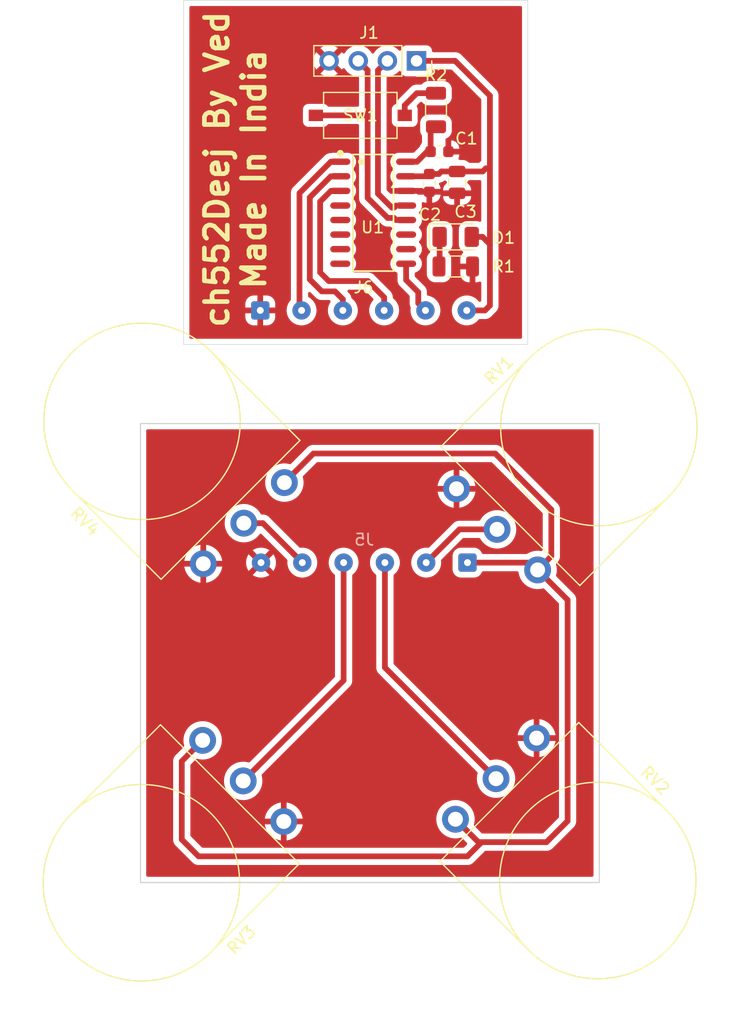
<source format=kicad_pcb>
(kicad_pcb (version 20241229) (generator "pcbnew") (generator_version "9.0")
  (layers (0 "F.Cu" signal) (2 "B.Cu" signal) (13 "F.Paste" user) (15 "B.Paste" user) (5 "F.SilkS" user "F.Silkscreen") (7 "B.SilkS" user "B.Silkscreen") (1 "F.Mask" user) (3 "B.Mask" user) (25 "Edge.Cuts" user))
  (net 0 "")
  (net 1 "GND")
  (net 2 "+3V3")
  (net 3 "VCC")
  (net 4 "Net-(SW1-B)")
  (net 5 "Net-(D1-K)")
  (net 6 "/D+")
  (net 7 "/D-")
  (net 15 "A0")
  (net 16 "A1")
  (net 17 "A2")
  (net 18 "A3")
  (net 19 "Net-(J5-Pin_4)")
  (net 20 "Net-(J5-Pin_2)")
  (net 21 "Net-(J5-Pin_3)")
  (net 22 "GND1")
  (net 23 "Net-(J5-Pin_5)")
  (net 24 "VSS")
  (footprint "mylib:SOP-16_L10.0-W3.9-P1.27-LS6.0-BL" (layer "F.Cu") (at 176.6 66.49 -90)
    (property "Reference" "U1" (at 1.27 0.045 180) (layer "F.SilkS"))
    (property "Value" "CH552G")
    (fp_line (start -5.08 1.77) (end -5.08 -1.77) (stroke (width 0.15)) (layer "F.SilkS"))
    (fp_line (start 5.08 1.77) (end -5.08 1.77) (stroke (width 0.15)) (layer "F.SilkS"))
    (fp_line (start -5.08 -1.77) (end 5.08 -1.77) (stroke (width 0.15)) (layer "F.SilkS"))
    (fp_line (start 5.08 -1.77) (end 5.08 1.77) (stroke (width 0.15)) (layer "F.SilkS"))
    (fp_circle (center -5.18 2.87) (end -5.03 2.87) (stroke (width 0.3)) (fill no) (layer "F.SilkS"))
    (fp_circle (center -4.45 1.02) (end -4.3 1.02) (stroke (width 0.3)) (fill no) (layer "F.SilkS"))
    (pad "1" smd oval (at -4.45 2.87 270) (size 0.56 1.75) (layers "F.Cu" "F.Mask" "F.Paste") (net 18 "A3"))
    (pad "2" smd oval (at -3.18 2.87 270) (size 0.56 1.75) (layers "F.Cu" "F.Mask" "F.Paste") (net 16 "A1"))
    (pad "3" smd oval (at -1.91 2.87 270) (size 0.56 1.75) (layers "F.Cu" "F.Mask" "F.Paste") (net 17 "A2"))
    (pad "4" smd oval (at -0.63 2.87 270) (size 0.56 1.75) (layers "F.Cu" "F.Mask" "F.Paste"))
    (pad "5" smd oval (at 0.63 2.87 270) (size 0.56 1.75) (layers "F.Cu" "F.Mask" "F.Paste"))
    (pad "6" smd oval (at 1.9 2.87 270) (size 0.56 1.75) (layers "F.Cu" "F.Mask" "F.Paste"))
    (pad "7" smd oval (at 3.17 2.87 270) (size 0.56 1.75) (layers "F.Cu" "F.Mask" "F.Paste"))
    (pad "8" smd oval (at 4.44 2.87 270) (size 0.56 1.75) (layers "F.Cu" "F.Mask" "F.Paste"))
    (pad "9" smd oval (at 4.44 -2.87 270) (size 0.56 1.75) (layers "F.Cu" "F.Mask" "F.Paste") (net 15 "A0"))
    (pad "10" smd oval (at 3.17 -2.87 270) (size 0.56 1.75) (layers "F.Cu" "F.Mask" "F.Paste"))
    (pad "11" smd oval (at 1.9 -2.87 270) (size 0.56 1.75) (layers "F.Cu" "F.Mask" "F.Paste"))
    (pad "12" smd oval (at 0.63 -2.87 270) (size 0.56 1.75) (layers "F.Cu" "F.Mask" "F.Paste") (net 6 "/D+"))
    (pad "13" smd oval (at -0.63 -2.87 270) (size 0.56 1.75) (layers "F.Cu" "F.Mask" "F.Paste") (net 7 "/D-"))
    (pad "14" smd oval (at -1.91 -2.87 270) (size 0.56 1.75) (layers "F.Cu" "F.Mask" "F.Paste") (net 1 "GND"))
    (pad "15" smd oval (at -3.18 -2.87 270) (size 0.56 1.75) (layers "F.Cu" "F.Mask" "F.Paste") (net 3 "VCC"))
    (pad "16" smd oval (at -4.45 -2.87 270) (size 0.56 1.75) (layers "F.Cu" "F.Mask" "F.Paste") (net 2 "+3V3"))
  )
  (footprint "Connector_Wire:SolderWire-0.1sqmm_1x06_P3.6mm_D0.4mm_OD1mm" (layer "F.Cu") (at 166.755 75)
    (property "Reference" "J6" (at 9 -2 0) (layer "F.SilkS"))
    (property "Value" "Conn_01x06")
    (pad "1" thru_hole roundrect (at 0 0) (size 1.6 1.6) (drill 0.6) (layers "*.Cu" "*.Mask") (roundrect_rratio 0.15625) (net 1 "GND"))
    (pad "2" thru_hole circle (at 3.6 0) (size 1.6 1.6) (drill 0.6) (layers "*.Cu" "*.Mask") (net 18 "A3"))
    (pad "3" thru_hole circle (at 7.2 0) (size 1.6 1.6) (drill 0.6) (layers "*.Cu" "*.Mask") (net 16 "A1"))
    (pad "4" thru_hole circle (at 10.8 0) (size 1.6 1.6) (drill 0.6) (layers "*.Cu" "*.Mask") (net 17 "A2"))
    (pad "5" thru_hole circle (at 14.4 0) (size 1.6 1.6) (drill 0.6) (layers "*.Cu" "*.Mask") (net 15 "A0"))
    (pad "6" thru_hole circle (at 18 0) (size 1.6 1.6) (drill 0.6) (layers "*.Cu" "*.Mask") (net 3 "VCC"))
  )
  (footprint "Potentiometer_THT:Potentiometer_Omeg_PC16BU_Vertical" (layer "F.Cu") (at 168.856497 90.005429 135)
    (property "Reference" "RV4" (at 9.915 -14.7 135) (layer "F.SilkS"))
    (property "Value" "pot1")
    (fp_line (start 12.55 -13.56) (end 1.64 -13.56) (stroke (width 0.12)) (layer "F.SilkS"))
    (fp_line (start 1.64 -13.56) (end 1.64 3.56) (stroke (width 0.12)) (layer "F.SilkS"))
    (fp_line (start 12.55 3.56) (end 1.64 3.56) (stroke (width 0.12)) (layer "F.SilkS"))
    (fp_circle (center 12.55 -5) (end 21.11 -5) (stroke (width 0.12)) (fill no) (layer "F.SilkS"))
    (pad "1" thru_hole circle (at 0 0 135) (size 2.34 2.34) (drill 1.3) (layers "*.Cu" "*.Mask") (net 24 "VSS"))
    (pad "2" thru_hole circle (at 0 -5 135) (size 2.34 2.34) (drill 1.3) (layers "*.Cu" "*.Mask") (net 23 "Net-(J5-Pin_5)"))
    (pad "3" thru_hole circle (at 0 -10 135) (size 2.34 2.34) (drill 1.3) (layers "*.Cu" "*.Mask") (net 22 "GND1"))
  )
  (footprint "Capacitor_SMD:C_0805_2012Metric" (layer "F.Cu") (at 183.915 63.84 -90)
    (property "Reference" "C3" (at 2.555 -0.735 180) (layer "F.SilkS"))
    (property "Value" "10uf")
    (fp_line (start -0.261252 0.735) (end 0.261252 0.735) (stroke (width 0.12)) (layer "F.SilkS"))
    (fp_line (start -0.261252 -0.735) (end 0.261252 -0.735) (stroke (width 0.12)) (layer "F.SilkS"))
    (pad "1" smd roundrect (at -0.95 0 270) (size 1 1.45) (layers "F.Cu" "F.Mask" "F.Paste") (net 3 "VCC"))
    (pad "2" smd roundrect (at 0.95 0 270) (size 1 1.45) (layers "F.Cu" "F.Mask" "F.Paste") (net 1 "GND"))
  )
  (footprint "LED_SMD:LED_1206_3216Metric" (layer "F.Cu") (at 183.79 68.59)
    (property "Reference" "D1" (at 4.21 0.08 0) (layer "F.SilkS"))
    (property "Value" "LED")
    (fp_line (start -2.285 -1.135) (end -2.285 1.135) (stroke (width 0.12)) (layer "F.SilkS"))
    (fp_line (start -2.285 1.135) (end 1.6 1.135) (stroke (width 0.12)) (layer "F.SilkS"))
    (fp_line (start 1.6 -1.135) (end -2.285 -1.135) (stroke (width 0.12)) (layer "F.SilkS"))
    (pad "1" smd roundrect (at -1.4 0) (size 1.25 1.75) (layers "F.Cu" "F.Mask" "F.Paste") (roundrect_rratio 0.2) (net 5 "Net-(D1-K)"))
    (pad "2" smd roundrect (at 1.4 0) (size 1.25 1.75) (layers "F.Cu" "F.Mask" "F.Paste") (roundrect_rratio 0.2) (net 3 "VCC"))
  )
  (footprint "Button_Switch_SMD:SW_Tactile_SPST_NO_Straight_CK_PTS636Sx25SMTRLFS" (layer "F.Cu") (at 175.475 58)
    (property "Reference" "SW1" (at 0 0 0) (layer "F.SilkS"))
    (property "Value" "SW_SPST")
    (fp_line (start -3.2 -2) (end -3.2 -0.8) (stroke (width 0.12)) (layer "F.SilkS"))
    (fp_line (start -3.2 0.8) (end -3.2 2) (stroke (width 0.12)) (layer "F.SilkS"))
    (fp_line (start -3.2 2) (end 3.2 2) (stroke (width 0.12)) (layer "F.SilkS"))
    (fp_line (start 3.2 -2) (end -3.2 -2) (stroke (width 0.12)) (layer "F.SilkS"))
    (fp_line (start 3.2 -0.8) (end 3.2 -2) (stroke (width 0.12)) (layer "F.SilkS"))
    (fp_line (start 3.2 2) (end 3.2 0.8) (stroke (width 0.12)) (layer "F.SilkS"))
    (pad "1" smd rect (at -3.875 0) (size 1.25 1) (layers "F.Cu" "F.Mask" "F.Paste") (net 6 "/D+"))
    (pad "2" smd rect (at 3.875 0) (size 1.25 1) (layers "F.Cu" "F.Mask" "F.Paste") (net 4 "Net-(SW1-B)"))
  )
  (footprint "Capacitor_SMD:C_0603_1608Metric" (layer "F.Cu") (at 181.495 63.885 -90)
    (property "Reference" "C2" (at 2.765 -0.05 0) (layer "F.SilkS"))
    (property "Value" "100n")
    (fp_line (start -0.14058 0.51) (end 0.14058 0.51) (stroke (width 0.12)) (layer "F.SilkS"))
    (fp_line (start -0.14058 -0.51) (end 0.14058 -0.51) (stroke (width 0.12)) (layer "F.SilkS"))
    (pad "1" smd roundrect (at -0.775 0 270) (size 0.9 0.95) (layers "F.Cu" "F.Mask" "F.Paste") (net 3 "VCC"))
    (pad "2" smd roundrect (at 0.775 0 270) (size 0.9 0.95) (layers "F.Cu" "F.Mask" "F.Paste") (net 1 "GND"))
  )
  (footprint "Potentiometer_THT:Potentiometer_Omeg_PC16BU_Vertical" (layer "F.Cu") (at 161.73043 112.468503 -135)
    (property "Reference" "RV3" (at 9.915 -14.7 45) (layer "F.SilkS"))
    (property "Value" "pot1")
    (fp_line (start 12.55 3.56) (end 1.64 3.56) (stroke (width 0.12)) (layer "F.SilkS"))
    (fp_line (start 12.55 -13.56) (end 1.64 -13.56) (stroke (width 0.12)) (layer "F.SilkS"))
    (fp_line (start 1.64 -13.56) (end 1.64 3.56) (stroke (width 0.12)) (layer "F.SilkS"))
    (fp_circle (center 12.55 -5) (end 21.11 -5) (stroke (width 0.12)) (fill no) (layer "F.SilkS"))
    (pad "1" thru_hole circle (at 0 0 225) (size 2.34 2.34) (drill 1.3) (layers "*.Cu" "*.Mask") (net 24 "VSS"))
    (pad "2" thru_hole circle (at 0 -5 225) (size 2.34 2.34) (drill 1.3) (layers "*.Cu" "*.Mask") (net 19 "Net-(J5-Pin_4)"))
    (pad "3" thru_hole circle (at 0 -10 225) (size 2.34 2.34) (drill 1.3) (layers "*.Cu" "*.Mask") (net 22 "GND1"))
  )
  (footprint "Potentiometer_THT:Potentiometer_Omeg_PC16BU_Vertical" (layer "F.Cu") (at 190.934571 97.616498 45)
    (property "Reference" "RV1" (at 9.915 -14.7 45) (layer "F.SilkS"))
    (property "Value" "pot1")
    (fp_line (start 1.64 -13.56) (end 1.64 3.56) (stroke (width 0.12)) (layer "F.SilkS"))
    (fp_line (start 12.55 -13.56) (end 1.64 -13.56) (stroke (width 0.12)) (layer "F.SilkS"))
    (fp_line (start 12.55 3.56) (end 1.64 3.56) (stroke (width 0.12)) (layer "F.SilkS"))
    (fp_circle (center 12.55 -5) (end 21.11 -5) (stroke (width 0.12)) (fill no) (layer "F.SilkS"))
    (pad "1" thru_hole circle (at 0 0 45) (size 2.34 2.34) (drill 1.3) (layers "*.Cu" "*.Mask") (net 24 "VSS"))
    (pad "2" thru_hole circle (at 0 -5 45) (size 2.34 2.34) (drill 1.3) (layers "*.Cu" "*.Mask") (net 20 "Net-(J5-Pin_2)"))
    (pad "3" thru_hole circle (at 0 -10 45) (size 2.34 2.34) (drill 1.3) (layers "*.Cu" "*.Mask") (net 22 "GND1"))
  )
  (footprint "Capacitor_SMD:C_0603_1608Metric" (layer "F.Cu") (at 182.38 61.16)
    (property "Reference" "C1" (at 2.345 -1.14 0) (layer "F.SilkS"))
    (property "Value" "100n")
    (fp_line (start -0.14058 -0.51) (end 0.14058 -0.51) (stroke (width 0.12)) (layer "F.SilkS"))
    (fp_line (start -0.14058 0.51) (end 0.14058 0.51) (stroke (width 0.12)) (layer "F.SilkS"))
    (pad "1" smd roundrect (at -0.775 0) (size 0.9 0.95) (layers "F.Cu" "F.Mask" "F.Paste") (net 2 "+3V3"))
    (pad "2" smd roundrect (at 0.775 0) (size 0.9 0.95) (layers "F.Cu" "F.Mask" "F.Paste") (net 1 "GND"))
  )
  (footprint "Potentiometer_THT:Potentiometer_Omeg_PC16BU_Vertical" (layer "F.Cu") (at 183.773502 119.344571 -45)
    (property "Reference" "RV2" (at 9.915 -14.7 135) (layer "F.SilkS"))
    (property "Value" "pot1")
    (fp_line (start 12.55 3.56) (end 1.64 3.56) (stroke (width 0.12)) (layer "F.SilkS"))
    (fp_line (start 1.64 -13.56) (end 1.64 3.56) (stroke (width 0.12)) (layer "F.SilkS"))
    (fp_line (start 12.55 -13.56) (end 1.64 -13.56) (stroke (width 0.12)) (layer "F.SilkS"))
    (fp_circle (center 12.55 -5) (end 21.11 -5) (stroke (width 0.12)) (fill no) (layer "F.SilkS"))
    (pad "1" thru_hole circle (at 0 0 315) (size 2.34 2.34) (drill 1.3) (layers "*.Cu" "*.Mask") (net 24 "VSS"))
    (pad "2" thru_hole circle (at 0 -5 315) (size 2.34 2.34) (drill 1.3) (layers "*.Cu" "*.Mask") (net 21 "Net-(J5-Pin_3)"))
    (pad "3" thru_hole circle (at 0 -10 315) (size 2.34 2.34) (drill 1.3) (layers "*.Cu" "*.Mask") (net 22 "GND1"))
  )
  (footprint "Resistor_SMD:R_1206_3216Metric" (layer "F.Cu") (at 182.075 57.53 90)
    (property "Reference" "R2" (at 3.0775 0 180) (layer "F.SilkS"))
    (property "Value" "10k")
    (fp_line (start -0.727064 -0.91) (end 0.727064 -0.91) (stroke (width 0.12)) (layer "F.SilkS"))
    (fp_line (start -0.727064 0.91) (end 0.727064 0.91) (stroke (width 0.12)) (layer "F.SilkS"))
    (pad "1" smd roundrect (at -1.4625 0 90) (size 1.125 1.75) (layers "F.Cu" "F.Mask" "F.Paste") (roundrect_rratio 0.222222) (net 2 "+3V3"))
    (pad "2" smd roundrect (at 1.4625 0 90) (size 1.125 1.75) (layers "F.Cu" "F.Mask" "F.Paste") (roundrect_rratio 0.222222) (net 4 "Net-(SW1-B)"))
  )
  (footprint "Connector_PinSocket_2.54mm:PinSocket_1x04_P2.54mm_Vertical" (layer "F.Cu") (at 180.375 53.25 -90)
    (property "Reference" "J1" (at -2.45 4.14 180) (layer "F.SilkS"))
    (property "Value" "Conn_01x04")
    (fp_line (start -1.33 8.95) (end 1.33 8.95) (stroke (width 0.12)) (layer "F.SilkS"))
    (fp_line (start -1.33 1.27) (end -1.33 8.95) (stroke (width 0.12)) (layer "F.SilkS"))
    (fp_line (start -1.33 1.27) (end 1.33 1.27) (stroke (width 0.12)) (layer "F.SilkS"))
    (fp_line (start 1.33 1.27) (end 1.33 8.95) (stroke (width 0.12)) (layer "F.SilkS"))
    (fp_line (start 0 -1.33) (end 1.33 -1.33) (stroke (width 0.12)) (layer "F.SilkS"))
    (fp_line (start 1.33 -1.33) (end 1.33 0) (stroke (width 0.12)) (layer "F.SilkS"))
    (pad "1" thru_hole rect (at 0 0 270) (size 1.7 1.7) (drill 1) (layers "*.Cu" "*.Mask") (net 3 "VCC"))
    (pad "2" thru_hole circle (at 0 2.54 270) (size 1.7 1.7) (drill 1) (layers "*.Cu" "*.Mask") (net 7 "/D-"))
    (pad "3" thru_hole circle (at 0 5.08 270) (size 1.7 1.7) (drill 1) (layers "*.Cu" "*.Mask") (net 6 "/D+"))
    (pad "4" thru_hole circle (at 0 7.62 270) (size 1.7 1.7) (drill 1) (layers "*.Cu" "*.Mask") (net 1 "GND"))
  )
  (footprint "Resistor_SMD:R_1206_3216Metric" (layer "F.Cu") (at 183.7975 71.17)
    (property "Reference" "R1" (at 4.1725 0 180) (layer "F.SilkS"))
    (property "Value" "1k")
    (fp_line (start -0.727064 -0.91) (end 0.727064 -0.91) (stroke (width 0.12)) (layer "F.SilkS"))
    (fp_line (start -0.727064 0.91) (end 0.727064 0.91) (stroke (width 0.12)) (layer "F.SilkS"))
    (pad "1" smd roundrect (at -1.4625 0) (size 1.125 1.75) (layers "F.Cu" "F.Mask" "F.Paste") (roundrect_rratio 0.222222) (net 5 "Net-(D1-K)"))
    (pad "2" smd roundrect (at 1.4625 0) (size 1.125 1.75) (layers "F.Cu" "F.Mask" "F.Paste") (roundrect_rratio 0.222222) (net 1 "GND"))
  )
  (footprint "Connector_Wire:SolderWire-0.1sqmm_1x06_P3.6mm_D0.4mm_OD1mm" (layer "B.Cu") (at 184.82 96.98 180)
    (property "Reference" "J5" (at 9 2.000001 0) (layer "B.SilkS") (effects (justify mirror)))
    (property "Value" "Conn_01x06")
    (pad "1" thru_hole roundrect (at 0 0 180) (size 1.6 1.6) (drill 0.6) (layers "*.Cu" "*.Mask") (roundrect_rratio 0.15625) (net 24 "VSS"))
    (pad "2" thru_hole circle (at 3.599999 0 180) (size 1.6 1.6) (drill 0.6) (layers "*.Cu" "*.Mask") (net 20 "Net-(J5-Pin_2)"))
    (pad "3" thru_hole circle (at 7.2 0 180) (size 1.6 1.6) (drill 0.6) (layers "*.Cu" "*.Mask") (net 21 "Net-(J5-Pin_3)"))
    (pad "4" thru_hole circle (at 10.8 0 180) (size 1.6 1.6) (drill 0.6) (layers "*.Cu" "*.Mask") (net 19 "Net-(J5-Pin_4)"))
    (pad "5" thru_hole circle (at 14.4 0 180) (size 1.6 1.6) (drill 0.6) (layers "*.Cu" "*.Mask") (net 23 "Net-(J5-Pin_5)"))
    (pad "6" thru_hole circle (at 18 0 180) (size 1.6 1.6) (drill 0.6) (layers "*.Cu" "*.Mask") (net 22 "GND1"))
  )
  (gr_rect (start 156.31 84.86) (end 196.31 124.86) (stroke (width 0.1)) (fill no) (layer "Edge.Cuts"))
  (gr_rect (start 160.075 47.97) (end 190.075 77.97) (stroke (width 0.05)) (fill no) (layer "Edge.Cuts"))
  (gr_text "ch552Deej By Ved\nMade In India" (at 164.585 62.7025 90) (layer "F.SilkS") (effects (font (size 2 2) (thickness 0.4) (bold yes))))
  (segment (start 181.605 59.4625) (end 182.075 58.9925) (width 0.5) (layer "F.Cu") (net 2))
  (segment (start 179.47 62.04) (end 180.4175 62.04) (width 0.5) (layer "F.Cu") (net 2))
  (segment (start 181.605 61.16) (end 181.605 59.4625) (width 0.5) (layer "F.Cu") (net 2))
  (segment (start 180.4175 62.04) (end 181.2975 61.16) (width 0.5) (layer "F.Cu") (net 2))
  (segment (start 181.2975 61.16) (end 181.605 61.16) (width 0.5) (layer "F.Cu") (net 2))
  (segment (start 186.775 74.5725) (end 186.3475 75) (width 0.5) (layer "F.Cu") (net 3))
  (segment (start 186.775 56.2825) (end 186.775 62.6125) (width 0.5) (layer "F.Cu") (net 3))
  (segment (start 185.19 68.59) (end 186.1325 68.59) (width 0.5) (layer "F.Cu") (net 3))
  (segment (start 181.295 63.31) (end 181.495 63.11) (width 0.5) (layer "F.Cu") (net 3))
  (segment (start 182.5375 62.89) (end 183.915 62.89) (width 0.5) (layer "F.Cu") (net 3))
  (segment (start 181.495 63.11) (end 182.3175 63.11) (width 0.5) (layer "F.Cu") (net 3))
  (segment (start 180.375 53.25) (end 183.7425 53.25) (width 0.5) (layer "F.Cu") (net 3))
  (segment (start 179.47 63.31) (end 181.295 63.31) (width 0.5) (layer "F.Cu") (net 3))
  (segment (start 186.3475 75) (end 184.755 75) (width 0.5) (layer "F.Cu") (net 3))
  (segment (start 186.1325 68.59) (end 186.775 69.2325) (width 0.5) (layer "F.Cu") (net 3))
  (segment (start 186.775 69.2325) (end 186.775 74.5725) (width 0.5) (layer "F.Cu") (net 3))
  (segment (start 186.425 62.6125) (end 186.1475 62.89) (width 0.5) (layer "F.Cu") (net 3))
  (segment (start 183.7425 53.25) (end 186.775 56.2825) (width 0.5) (layer "F.Cu") (net 3))
  (segment (start 186.775 62.6125) (end 186.425 62.6125) (width 0.5) (layer "F.Cu") (net 3))
  (segment (start 186.1475 62.89) (end 183.915 62.89) (width 0.5) (layer "F.Cu") (net 3))
  (segment (start 186.775 62.6125) (end 186.775 69.2325) (width 0.5) (layer "F.Cu") (net 3))
  (segment (start 182.3175 63.11) (end 182.5375 62.89) (width 0.5) (layer "F.Cu") (net 3))
  (segment (start 180.4075 56.0675) (end 181.825 56.0675) (width 0.5) (layer "F.Cu") (net 4))
  (segment (start 179.35 57.125) (end 180.4075 56.0675) (width 0.5) (layer "F.Cu") (net 4))
  (segment (start 179.35 58) (end 179.35 57.125) (width 0.5) (layer "F.Cu") (net 4))
  (segment (start 182.39 71.115) (end 182.335 71.17) (width 0.5) (layer "F.Cu") (net 5))
  (segment (start 182.39 68.59) (end 182.39 71.115) (width 0.5) (layer "F.Cu") (net 5))
  (segment (start 178.595 67.12) (end 179.47 67.12) (width 0.5) (layer "F.Cu") (net 6))
  (segment (start 176.085 58) (end 176.115 58.03) (width 0.5) (layer "F.Cu") (net 6))
  (segment (start 176.115 65.197527) (end 177.857473 66.94) (width 0.5) (layer "F.Cu") (net 6))
  (segment (start 177.857473 66.94) (end 178.415 66.94) (width 0.5) (layer "F.Cu") (net 6))
  (segment (start 178.415 66.94) (end 178.595 67.12) (width 0.5) (layer "F.Cu") (net 6))
  (segment (start 171.6 58) (end 176.085 58) (width 0.5) (layer "F.Cu") (net 6))
  (segment (start 176.115 58.03) (end 176.115 65.197527) (width 0.5) (layer "F.Cu") (net 6))
  (segment (start 175.295 53.25) (end 176.115 54.07) (width 0.5) (layer "F.Cu") (net 6))
  (segment (start 176.115 54.07) (end 176.115 58.03) (width 0.5) (layer "F.Cu") (net 6))
  (segment (start 177.015 54.07) (end 177.015 64.824735) (width 0.5) (layer "F.Cu") (net 7))
  (segment (start 178.415 66.04) (end 178.595 65.86) (width 0.5) (layer "F.Cu") (net 7))
  (segment (start 178.230265 66.04) (end 178.415 66.04) (width 0.5) (layer "F.Cu") (net 7))
  (segment (start 178.595 65.86) (end 179.47 65.86) (width 0.5) (layer "F.Cu") (net 7))
  (segment (start 177.015 64.824735) (end 178.230265 66.04) (width 0.5) (layer "F.Cu") (net 7))
  (segment (start 177.835 53.25) (end 177.015 54.07) (width 0.5) (layer "F.Cu") (net 7))
  (segment (start 179.47 70.93) (end 179.47 72.35) (width 0.5) (layer "F.Cu") (net 15))
  (segment (start 180.53 74.375) (end 181.155 75) (width 0.5) (layer "F.Cu") (net 15))
  (segment (start 180.53 73.41) (end 180.53 74.375) (width 0.5) (layer "F.Cu") (net 15))
  (segment (start 179.47 72.35) (end 180.53 73.41) (width 0.5) (layer "F.Cu") (net 15))
  (segment (start 173.955 74.03) (end 173.955 75) (width 0.5) (layer "F.Cu") (net 16))
  (segment (start 172.910794 63.31) (end 171.074 65.146794) (width 0.5) (layer "F.Cu") (net 16))
  (segment (start 172.116 73.341) (end 173.266 73.341) (width 0.5) (layer "F.Cu") (net 16))
  (segment (start 173.73 63.31) (end 172.910794 63.31) (width 0.5) (layer "F.Cu") (net 16))
  (segment (start 171.074 65.146794) (end 171.074 72.299) (width 0.5) (layer "F.Cu") (net 16))
  (segment (start 171.074 72.299) (end 172.116 73.341) (width 0.5) (layer "F.Cu") (net 16))
  (segment (start 173.266 73.341) (end 173.955 74.03) (width 0.5) (layer "F.Cu") (net 16))
  (segment (start 177.555 75) (end 177.555 73.86) (width 0.5) (layer "F.Cu") (net 17))
  (segment (start 176.135 72.44) (end 172.725 72.44) (width 0.5) (layer "F.Cu") (net 17))
  (segment (start 171.975 65.52) (end 172.915 64.58) (width 0.5) (layer "F.Cu") (net 17))
  (segment (start 171.975 71.69) (end 171.975 65.52) (width 0.5) (layer "F.Cu") (net 17))
  (segment (start 172.725 72.44) (end 171.975 71.69) (width 0.5) (layer "F.Cu") (net 17))
  (segment (start 172.915 64.58) (end 173.73 64.58) (width 0.5) (layer "F.Cu") (net 17))
  (segment (start 177.555 73.86) (end 176.135 72.44) (width 0.5) (layer "F.Cu") (net 17))
  (segment (start 170.173001 72.672207) (end 170.173 72.672208) (width 0.5) (layer "F.Cu") (net 18))
  (segment (start 170.173 64.773588) (end 170.173001 72.672207) (width 0.5) (layer "F.Cu") (net 18))
  (segment (start 170.173 72.672208) (end 170.173 74.818) (width 0.5) (layer "F.Cu") (net 18))
  (segment (start 172.906588 62.04) (end 170.173 64.773588) (width 0.5) (layer "F.Cu") (net 18))
  (segment (start 170.173 74.818) (end 170.355 75) (width 0.5) (layer "F.Cu") (net 18))
  (segment (start 173.73 62.04) (end 172.906588 62.04) (width 0.5) (layer "F.Cu") (net 18))
  (segment (start 165.265964 116.004037) (end 174.02 107.250001) (width 0.5) (layer "F.Cu") (net 19))
  (segment (start 174.02 107.250001) (end 174.02 96.98) (width 0.5) (layer "F.Cu") (net 19))
  (segment (start 184.119037 94.080964) (end 187.399037 94.080964) (width 0.5) (layer "F.Cu") (net 20))
  (segment (start 181.220001 96.98) (end 184.119037 94.080964) (width 0.5) (layer "F.Cu") (net 20))
  (segment (start 177.62 96.98) (end 177.62 106.120001) (width 0.5) (layer "F.Cu") (net 21))
  (segment (start 177.62 106.120001) (end 187.309036 115.809037) (width 0.5) (layer "F.Cu") (net 21))
  (segment (start 166.980963 93.540963) (end 165.320963 93.540963) (width 0.5) (layer "F.Cu") (net 23))
  (segment (start 170.42 96.98) (end 166.980963 93.540963) (width 0.5) (layer "F.Cu") (net 23))
  (segment (start 183.773502 119.344571) (end 185.768931 121.34) (width 0.5) (layer "F.Cu") (net 24))
  (segment (start 193.55 119.5) (end 193.55 100.231927) (width 0.5) (layer "F.Cu") (net 24))
  (segment (start 184.81 122.58) (end 186.05 121.34) (width 0.5) (layer "F.Cu") (net 24))
  (segment (start 159.91 121.11) (end 161.38 122.58) (width 0.5) (layer "F.Cu") (net 24))
  (segment (start 187.24 87.47) (end 192.13 92.36) (width 0.5) (layer "F.Cu") (net 24))
  (segment (start 192.13 96.421069) (end 190.934571 97.616498) (width 0.5) (layer "F.Cu") (net 24))
  (segment (start 161.73043 112.468503) (end 159.91 114.288933) (width 0.5) (layer "F.Cu") (net 24))
  (segment (start 186.05 121.34) (end 191.71 121.34) (width 0.5) (layer "F.Cu") (net 24))
  (segment (start 191.71 121.34) (end 193.55 119.5) (width 0.5) (layer "F.Cu") (net 24))
  (segment (start 193.55 100.231927) (end 190.934571 97.616498) (width 0.5) (layer "F.Cu") (net 24))
  (segment (start 185.768931 121.34) (end 186.05 121.34) (width 0.5) (layer "F.Cu") (net 24))
  (segment (start 192.13 92.36) (end 192.13 96.421069) (width 0.5) (layer "F.Cu") (net 24))
  (segment (start 168.856497 90.005429) (end 171.391926 87.47) (width 0.5) (layer "F.Cu") (net 24))
  (segment (start 184.82 96.98) (end 190.298073 96.98) (width 0.5) (layer "F.Cu") (net 24))
  (segment (start 159.91 114.288933) (end 159.91 121.11) (width 0.5) (layer "F.Cu") (net 24))
  (segment (start 171.391926 87.47) (end 187.24 87.47) (width 0.5) (layer "F.Cu") (net 24))
  (segment (start 161.38 122.58) (end 184.81 122.58) (width 0.5) (layer "F.Cu") (net 24))
  (segment (start 190.298073 96.98) (end 190.934571 97.616498) (width 0.5) (layer "F.Cu") (net 24))
  (zone (net 1) (net_name "GND") (layer "F.Cu") (connect_pads (clearance 0.5)) (min_thickness 0.25) (fill yes (thermal_gap 0.5) (thermal_bridge_width 0.5))
    (polygon (pts (xy 160.085 47.98) (xy 190.075 47.98) (xy 190.06499 78) (xy 160.085 78)))
  )
  (zone (net 22) (net_name "GND1") (layer "F.Cu") (priority 1) (connect_pads (clearance 0.5)) (min_thickness 0.25) (fill yes (thermal_gap 0.5) (thermal_bridge_width 0.5))
    (polygon (pts (xy 156.295 84.86) (xy 196.305 84.86) (xy 196.305 124.88) (xy 156.305 124.86)))
  )
)
</source>
